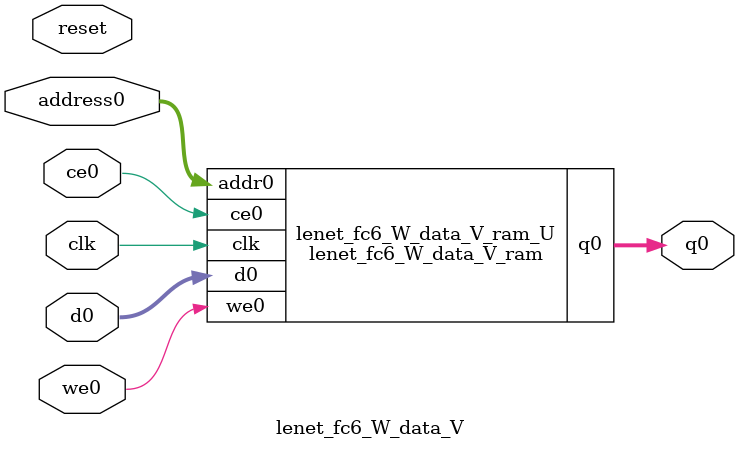
<source format=v>
`timescale 1 ns / 1 ps
module lenet_fc6_W_data_V_ram (addr0, ce0, d0, we0, q0,  clk);

parameter DWIDTH = 16;
parameter AWIDTH = 11;
parameter MEM_SIZE = 1200;

input[AWIDTH-1:0] addr0;
input ce0;
input[DWIDTH-1:0] d0;
input we0;
output reg[DWIDTH-1:0] q0;
input clk;

(* ram_style = "block" *)reg [DWIDTH-1:0] ram[0:MEM_SIZE-1];




always @(posedge clk)  
begin 
    if (ce0) 
    begin
        if (we0) 
        begin 
            ram[addr0] <= d0; 
        end 
        q0 <= ram[addr0];
    end
end


endmodule

`timescale 1 ns / 1 ps
module lenet_fc6_W_data_V(
    reset,
    clk,
    address0,
    ce0,
    we0,
    d0,
    q0);

parameter DataWidth = 32'd16;
parameter AddressRange = 32'd1200;
parameter AddressWidth = 32'd11;
input reset;
input clk;
input[AddressWidth - 1:0] address0;
input ce0;
input we0;
input[DataWidth - 1:0] d0;
output[DataWidth - 1:0] q0;



lenet_fc6_W_data_V_ram lenet_fc6_W_data_V_ram_U(
    .clk( clk ),
    .addr0( address0 ),
    .ce0( ce0 ),
    .we0( we0 ),
    .d0( d0 ),
    .q0( q0 ));

endmodule


</source>
